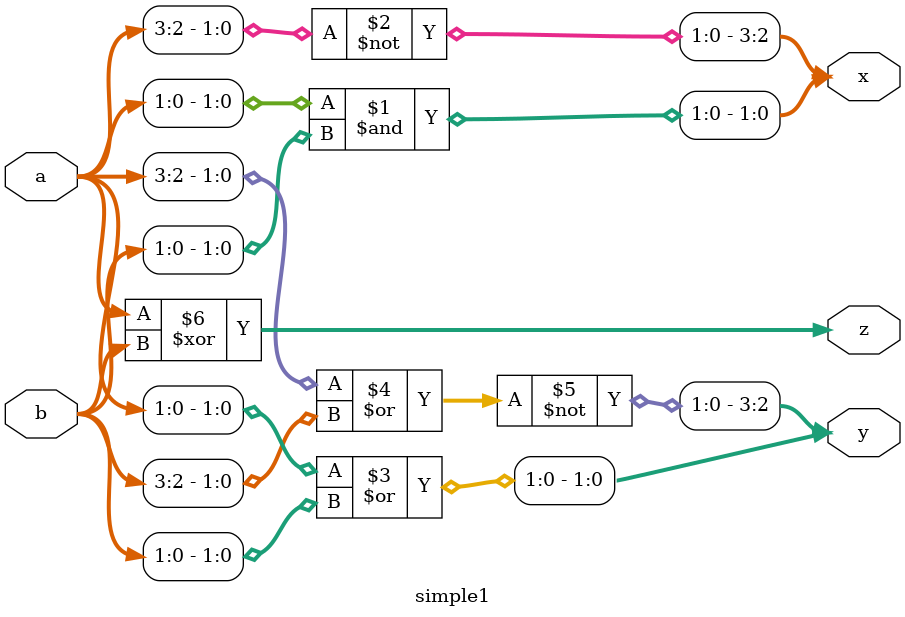
<source format=v>

module simple1 (input  [3:0] a, 
                input  [3:0] b,
                output [3:0] x,
                output [3:0] y,
                output [3:0] z);
    assign x[1:0] = a[1:0] & b[1:0];
    assign x[3:2] = ~a[3:2]; 
    assign y[1:0] = a[1:0] | b[1:0];
    assign y[3:2] = ~(a[3:2] | b[3:2]);
    assign z = a ^ b;
endmodule



</source>
